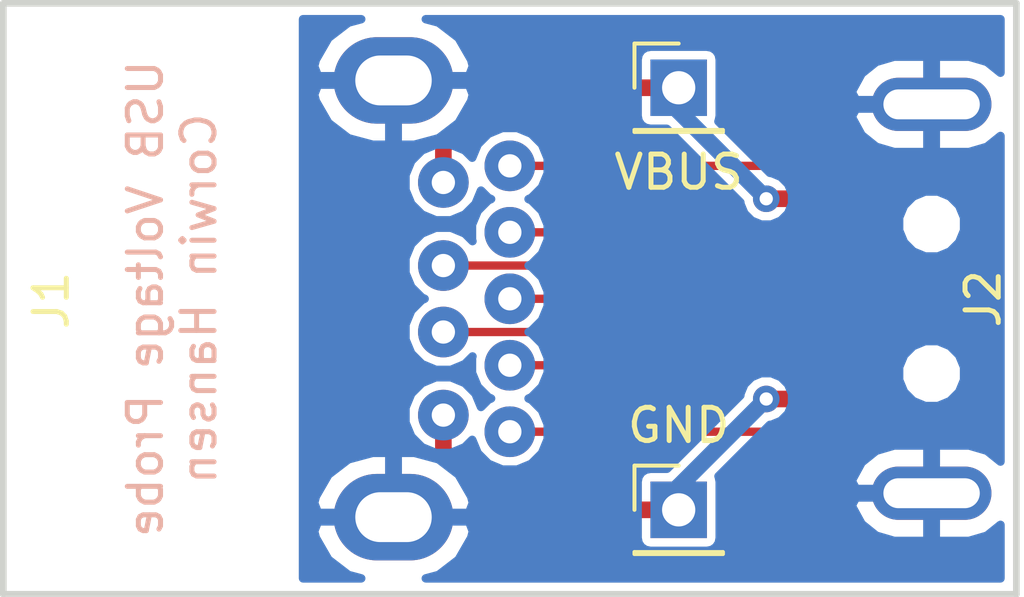
<source format=kicad_pcb>
(kicad_pcb (version 20171130) (host pcbnew "(5.0-dev-4115-gdd04bcb)")

  (general
    (thickness 1.6)
    (drawings 5)
    (tracks 24)
    (zones 0)
    (modules 4)
    (nets 11)
  )

  (page A4)
  (layers
    (0 F.Cu signal)
    (31 B.Cu signal)
    (32 B.Adhes user)
    (33 F.Adhes user)
    (34 B.Paste user)
    (35 F.Paste user)
    (36 B.SilkS user)
    (37 F.SilkS user)
    (38 B.Mask user)
    (39 F.Mask user)
    (40 Dwgs.User user)
    (41 Cmts.User user)
    (42 Eco1.User user)
    (43 Eco2.User user)
    (44 Edge.Cuts user)
    (45 Margin user)
    (46 B.CrtYd user)
    (47 F.CrtYd user)
    (48 B.Fab user)
    (49 F.Fab user)
  )

  (setup
    (last_trace_width 0.25)
    (trace_clearance 0.1)
    (zone_clearance 0.25)
    (zone_45_only no)
    (trace_min 0.2)
    (segment_width 0.2)
    (edge_width 0.15)
    (via_size 0.8)
    (via_drill 0.4)
    (via_min_size 0.4)
    (via_min_drill 0.3)
    (uvia_size 0.3)
    (uvia_drill 0.1)
    (uvias_allowed no)
    (uvia_min_size 0.2)
    (uvia_min_drill 0.1)
    (pcb_text_width 0.3)
    (pcb_text_size 1.5 1.5)
    (mod_edge_width 0.15)
    (mod_text_size 1 1)
    (mod_text_width 0.15)
    (pad_size 1.524 1.524)
    (pad_drill 0.762)
    (pad_to_mask_clearance 0.1)
    (aux_axis_origin 0 0)
    (visible_elements FFFFFF7F)
    (pcbplotparams
      (layerselection 0x010fc_ffffffff)
      (usegerberextensions false)
      (usegerberattributes false)
      (usegerberadvancedattributes false)
      (creategerberjobfile false)
      (excludeedgelayer true)
      (linewidth 0.100000)
      (plotframeref false)
      (viasonmask false)
      (mode 1)
      (useauxorigin false)
      (hpglpennumber 1)
      (hpglpenspeed 20)
      (hpglpendiameter 15)
      (psnegative false)
      (psa4output false)
      (plotreference true)
      (plotvalue true)
      (plotinvisibletext false)
      (padsonsilk false)
      (subtractmaskfromsilk false)
      (outputformat 1)
      (mirror false)
      (drillshape 0)
      (scaleselection 1)
      (outputdirectory Gerber/))
  )

  (net 0 "")
  (net 1 "Net-(J1-Pad7)")
  (net 2 "Net-(J1-Pad8)")
  (net 3 "Net-(J1-Pad9)")
  (net 4 "Net-(J1-Pad6)")
  (net 5 "Net-(J1-Pad5)")
  (net 6 "Net-(J1-Pad1)")
  (net 7 "Net-(J1-Pad2)")
  (net 8 "Net-(J1-Pad3)")
  (net 9 "Net-(J1-Pad4)")
  (net 10 "Net-(J1-Pad10)")

  (net_class Default "This is the default net class."
    (clearance 0.1)
    (trace_width 0.25)
    (via_dia 0.8)
    (via_drill 0.4)
    (uvia_dia 0.3)
    (uvia_drill 0.1)
    (add_net "Net-(J1-Pad10)")
    (add_net "Net-(J1-Pad2)")
    (add_net "Net-(J1-Pad3)")
    (add_net "Net-(J1-Pad5)")
    (add_net "Net-(J1-Pad6)")
    (add_net "Net-(J1-Pad7)")
    (add_net "Net-(J1-Pad8)")
    (add_net "Net-(J1-Pad9)")
  )

  (net_class Power ""
    (clearance 0.1)
    (trace_width 0.5)
    (via_dia 0.8)
    (via_drill 0.4)
    (uvia_dia 0.3)
    (uvia_drill 0.1)
    (add_net "Net-(J1-Pad1)")
    (add_net "Net-(J1-Pad4)")
  )

  (module USB3_A_Connector:USB_3_A_Recepticle_Amphenol_10117835-002LF (layer F.Cu) (tedit 5B1E1A06) (tstamp 5B1E2568)
    (at 143.01 54.61 270)
    (path /5B1E0CAE)
    (fp_text reference J1 (at 0.05 6.95 270) (layer F.SilkS)
      (effects (font (size 1 1) (thickness 0.15)))
    )
    (fp_text value USB3_A (at 0 -0.5 270) (layer F.Fab)
      (effects (font (size 1 1) (thickness 0.15)))
    )
    (fp_line (start 7.95 -8.35) (end -7.95 -8.35) (layer F.CrtYd) (width 0.05))
    (fp_line (start 7.95 8.35) (end 7.95 -8.35) (layer F.CrtYd) (width 0.05))
    (fp_line (start -7.95 8.35) (end 7.95 8.35) (layer F.CrtYd) (width 0.05))
    (fp_line (start -7.95 8.35) (end -7.95 -8.35) (layer F.CrtYd) (width 0.05))
    (pad 7 thru_hole circle (at 0 -6.85 270) (size 1.524 1.524) (drill 0.7) (layers *.Cu *.Mask)
      (net 1 "Net-(J1-Pad7)"))
    (pad 8 thru_hole circle (at -2 -6.85 270) (size 1.524 1.524) (drill 0.7) (layers *.Cu *.Mask)
      (net 2 "Net-(J1-Pad8)"))
    (pad 9 thru_hole circle (at -4 -6.85 270) (size 1.524 1.524) (drill 0.7) (layers *.Cu *.Mask)
      (net 3 "Net-(J1-Pad9)"))
    (pad 6 thru_hole circle (at 2 -6.85 270) (size 1.524 1.524) (drill 0.7) (layers *.Cu *.Mask)
      (net 4 "Net-(J1-Pad6)"))
    (pad 5 thru_hole circle (at 4 -6.85 270) (size 1.524 1.524) (drill 0.7) (layers *.Cu *.Mask)
      (net 5 "Net-(J1-Pad5)"))
    (pad 1 thru_hole circle (at -3.5 -4.85 270) (size 1.524 1.524) (drill 0.7) (layers *.Cu *.Mask)
      (net 6 "Net-(J1-Pad1)"))
    (pad 2 thru_hole circle (at -1 -4.85 270) (size 1.524 1.524) (drill 0.7) (layers *.Cu *.Mask)
      (net 7 "Net-(J1-Pad2)"))
    (pad 3 thru_hole circle (at 1 -4.85 270) (size 1.524 1.524) (drill 0.7) (layers *.Cu *.Mask)
      (net 8 "Net-(J1-Pad3)"))
    (pad 4 thru_hole circle (at 3.5 -4.85 270) (size 1.524 1.524) (drill 0.7) (layers *.Cu *.Mask)
      (net 9 "Net-(J1-Pad4)"))
    (pad 10 thru_hole oval (at 6.57 -3.35 270) (size 2.6 3.6) (drill oval 1.5 2.3) (layers *.Cu *.Mask)
      (net 10 "Net-(J1-Pad10)"))
    (pad 10 thru_hole oval (at -6.57 -3.35 270) (size 2.6 3.6) (drill oval 1.5 2.3) (layers *.Cu *.Mask)
      (net 10 "Net-(J1-Pad10)"))
  )

  (module Pin_Headers:Pin_Header_Straight_1x01_Pitch2.54mm (layer F.Cu) (tedit 5B1E24D2) (tstamp 5B4CA57C)
    (at 154.94 60.96)
    (descr "Through hole straight pin header, 1x01, 2.54mm pitch, single row")
    (tags "Through hole pin header THT 1x01 2.54mm single row")
    (path /5B1E1155)
    (fp_text reference J3 (at 0 -2.33) (layer F.SilkS) hide
      (effects (font (size 1 1) (thickness 0.15)))
    )
    (fp_text value GND (at 0 -2.54) (layer F.SilkS)
      (effects (font (size 1 1) (thickness 0.15)))
    )
    (fp_text user %R (at 0 0 90) (layer F.Fab)
      (effects (font (size 1 1) (thickness 0.15)))
    )
    (fp_line (start 1.8 -1.8) (end -1.8 -1.8) (layer F.CrtYd) (width 0.05))
    (fp_line (start 1.8 1.8) (end 1.8 -1.8) (layer F.CrtYd) (width 0.05))
    (fp_line (start -1.8 1.8) (end 1.8 1.8) (layer F.CrtYd) (width 0.05))
    (fp_line (start -1.8 -1.8) (end -1.8 1.8) (layer F.CrtYd) (width 0.05))
    (fp_line (start -1.33 -1.33) (end 0 -1.33) (layer F.SilkS) (width 0.12))
    (fp_line (start -1.33 0) (end -1.33 -1.33) (layer F.SilkS) (width 0.12))
    (fp_line (start -1.33 1.27) (end 1.33 1.27) (layer F.SilkS) (width 0.12))
    (fp_line (start 1.33 1.27) (end 1.33 1.33) (layer F.SilkS) (width 0.12))
    (fp_line (start -1.33 1.27) (end -1.33 1.33) (layer F.SilkS) (width 0.12))
    (fp_line (start -1.33 1.33) (end 1.33 1.33) (layer F.SilkS) (width 0.12))
    (fp_line (start -1.27 -0.635) (end -0.635 -1.27) (layer F.Fab) (width 0.1))
    (fp_line (start -1.27 1.27) (end -1.27 -0.635) (layer F.Fab) (width 0.1))
    (fp_line (start 1.27 1.27) (end -1.27 1.27) (layer F.Fab) (width 0.1))
    (fp_line (start 1.27 -1.27) (end 1.27 1.27) (layer F.Fab) (width 0.1))
    (fp_line (start -0.635 -1.27) (end 1.27 -1.27) (layer F.Fab) (width 0.1))
    (pad 1 thru_hole rect (at 0 0) (size 1.7 1.7) (drill 1) (layers *.Cu *.Mask)
      (net 9 "Net-(J1-Pad4)"))
    (model ${KISYS3DMOD}/Pin_Headers.3dshapes/Pin_Header_Straight_1x01_Pitch2.54mm.wrl
      (at (xyz 0 0 0))
      (scale (xyz 1 1 1))
      (rotate (xyz 0 0 0))
    )
  )

  (module Pin_Headers:Pin_Header_Straight_1x01_Pitch2.54mm (layer F.Cu) (tedit 5B1E24CA) (tstamp 5B4CA591)
    (at 154.94 48.26)
    (descr "Through hole straight pin header, 1x01, 2.54mm pitch, single row")
    (tags "Through hole pin header THT 1x01 2.54mm single row")
    (path /5B1E1404)
    (fp_text reference J4 (at 0 2.54) (layer F.SilkS) hide
      (effects (font (size 1 1) (thickness 0.15)))
    )
    (fp_text value VBUS (at 0 2.54) (layer F.SilkS)
      (effects (font (size 1 1) (thickness 0.15)))
    )
    (fp_line (start -0.635 -1.27) (end 1.27 -1.27) (layer F.Fab) (width 0.1))
    (fp_line (start 1.27 -1.27) (end 1.27 1.27) (layer F.Fab) (width 0.1))
    (fp_line (start 1.27 1.27) (end -1.27 1.27) (layer F.Fab) (width 0.1))
    (fp_line (start -1.27 1.27) (end -1.27 -0.635) (layer F.Fab) (width 0.1))
    (fp_line (start -1.27 -0.635) (end -0.635 -1.27) (layer F.Fab) (width 0.1))
    (fp_line (start -1.33 1.33) (end 1.33 1.33) (layer F.SilkS) (width 0.12))
    (fp_line (start -1.33 1.27) (end -1.33 1.33) (layer F.SilkS) (width 0.12))
    (fp_line (start 1.33 1.27) (end 1.33 1.33) (layer F.SilkS) (width 0.12))
    (fp_line (start -1.33 1.27) (end 1.33 1.27) (layer F.SilkS) (width 0.12))
    (fp_line (start -1.33 0) (end -1.33 -1.33) (layer F.SilkS) (width 0.12))
    (fp_line (start -1.33 -1.33) (end 0 -1.33) (layer F.SilkS) (width 0.12))
    (fp_line (start -1.8 -1.8) (end -1.8 1.8) (layer F.CrtYd) (width 0.05))
    (fp_line (start -1.8 1.8) (end 1.8 1.8) (layer F.CrtYd) (width 0.05))
    (fp_line (start 1.8 1.8) (end 1.8 -1.8) (layer F.CrtYd) (width 0.05))
    (fp_line (start 1.8 -1.8) (end -1.8 -1.8) (layer F.CrtYd) (width 0.05))
    (fp_text user %R (at 0 0 90) (layer F.Fab)
      (effects (font (size 1 1) (thickness 0.15)))
    )
    (pad 1 thru_hole rect (at 0 0) (size 1.7 1.7) (drill 1) (layers *.Cu *.Mask)
      (net 6 "Net-(J1-Pad1)"))
    (model ${KISYS3DMOD}/Pin_Headers.3dshapes/Pin_Header_Straight_1x01_Pitch2.54mm.wrl
      (at (xyz 0 0 0))
      (scale (xyz 1 1 1))
      (rotate (xyz 0 0 0))
    )
  )

  (module USB3_A_Connector:USB_3_A_Plug_Amphenol_GSB316441CEU (layer F.Cu) (tedit 5B1E1D9B) (tstamp 5B55E091)
    (at 165.1 54.61 90)
    (path /5B1E0DCF)
    (fp_text reference J2 (at 0 -1 90) (layer F.SilkS)
      (effects (font (size 1 1) (thickness 0.15)))
    )
    (fp_text value USB3_A (at 0 -8.89 90) (layer F.Fab)
      (effects (font (size 1 1) (thickness 0.15)))
    )
    (fp_line (start -7 0) (end 7 0) (layer F.CrtYd) (width 0.05))
    (pad 7 smd rect (at 0 -5.39 90) (size 0.8 2.78) (layers F.Cu F.Paste F.Mask)
      (net 1 "Net-(J1-Pad7)"))
    (pad 2 smd rect (at 1 -5.39 90) (size 0.8 2.78) (layers F.Cu F.Paste F.Mask)
      (net 7 "Net-(J1-Pad2)"))
    (pad 8 smd rect (at 2 -5.39 90) (size 0.8 2.78) (layers F.Cu F.Paste F.Mask)
      (net 2 "Net-(J1-Pad8)"))
    (pad 1 smd rect (at 3 -5.39 90) (size 0.8 2.78) (layers F.Cu F.Paste F.Mask)
      (net 6 "Net-(J1-Pad1)"))
    (pad 3 smd rect (at -1 -5.39 90) (size 0.8 2.78) (layers F.Cu F.Paste F.Mask)
      (net 8 "Net-(J1-Pad3)"))
    (pad 6 smd rect (at -2 -5.39 90) (size 0.8 2.78) (layers F.Cu F.Paste F.Mask)
      (net 4 "Net-(J1-Pad6)"))
    (pad 4 smd rect (at -3 -5.39 90) (size 0.8 2.78) (layers F.Cu F.Paste F.Mask)
      (net 9 "Net-(J1-Pad4)"))
    (pad 9 smd rect (at 4 -5.39 90) (size 0.8 2.78) (layers F.Cu F.Paste F.Mask)
      (net 3 "Net-(J1-Pad9)"))
    (pad 5 smd rect (at -4 -5.39 90) (size 0.8 2.78) (layers F.Cu F.Paste F.Mask)
      (net 5 "Net-(J1-Pad5)"))
    (pad 10 thru_hole oval (at 5.85 -2.55 90) (size 1.6 3.6) (drill oval 0.9 2.9) (layers *.Cu *.Mask)
      (net 10 "Net-(J1-Pad10)"))
    (pad 10 thru_hole oval (at -5.85 -2.55 90) (size 1.6 3.6) (drill oval 0.9 2.9) (layers *.Cu *.Mask)
      (net 10 "Net-(J1-Pad10)"))
    (pad "" np_thru_hole circle (at 2.25 -2.55 90) (size 1.2 1.2) (drill 1.2) (layers *.Cu *.Mask))
    (pad "" np_thru_hole circle (at -2.25 -2.55 90) (size 1.2 1.2) (drill 1.2) (layers *.Cu *.Mask))
  )

  (gr_text "USB Voltage Probe\nCorwin Hansen" (at 139.7 54.61 90) (layer B.SilkS)
    (effects (font (size 1 1) (thickness 0.15)) (justify mirror))
  )
  (gr_line (start 165.1 45.72) (end 134.62 45.72) (layer Edge.Cuts) (width 0.2))
  (gr_line (start 165.1 63.5) (end 165.1 45.72) (layer Edge.Cuts) (width 0.2))
  (gr_line (start 134.62 63.5) (end 165.1 63.5) (layer Edge.Cuts) (width 0.2))
  (gr_line (start 134.62 45.72) (end 134.62 63.5) (layer Edge.Cuts) (width 0.2))

  (segment (start 149.86 54.61) (end 159.71 54.61) (width 0.25) (layer F.Cu) (net 1))
  (segment (start 149.86 52.61) (end 159.71 52.61) (width 0.25) (layer F.Cu) (net 2))
  (segment (start 149.86 50.61) (end 159.71 50.61) (width 0.25) (layer F.Cu) (net 3))
  (segment (start 149.86 56.61) (end 159.71 56.61) (width 0.25) (layer F.Cu) (net 4))
  (segment (start 149.86 58.61) (end 159.71 58.61) (width 0.25) (layer F.Cu) (net 5))
  (segment (start 157.575 51.6) (end 159.7 51.6) (width 0.5) (layer F.Cu) (net 6))
  (segment (start 159.7 51.6) (end 159.71 51.61) (width 0.5) (layer F.Cu) (net 6))
  (segment (start 154.94 48.26) (end 154.94 48.965) (width 0.5) (layer B.Cu) (net 6))
  (segment (start 154.94 48.965) (end 157.575 51.6) (width 0.5) (layer B.Cu) (net 6))
  (via (at 157.575 51.6) (size 0.8) (drill 0.4) (layers F.Cu B.Cu) (net 6))
  (segment (start 147.86 51.11) (end 147.86 50.03237) (width 0.5) (layer F.Cu) (net 6))
  (segment (start 147.86 50.03237) (end 149.63237 48.26) (width 0.5) (layer F.Cu) (net 6))
  (segment (start 149.63237 48.26) (end 154.94 48.26) (width 0.5) (layer F.Cu) (net 6))
  (segment (start 147.86 53.61) (end 159.71 53.61) (width 0.25) (layer F.Cu) (net 7))
  (segment (start 147.86 55.61) (end 159.71 55.61) (width 0.25) (layer F.Cu) (net 8))
  (segment (start 157.575 57.625) (end 159.695 57.625) (width 0.5) (layer F.Cu) (net 9))
  (segment (start 159.695 57.625) (end 159.71 57.61) (width 0.5) (layer F.Cu) (net 9))
  (segment (start 154.94 60.96) (end 154.94 60.26) (width 0.5) (layer B.Cu) (net 9))
  (segment (start 154.94 60.26) (end 157.575 57.625) (width 0.5) (layer B.Cu) (net 9))
  (via (at 157.575 57.625) (size 0.8) (drill 0.4) (layers F.Cu B.Cu) (net 9))
  (segment (start 147.86 58.11) (end 147.86 59.18763) (width 0.5) (layer F.Cu) (net 9))
  (segment (start 147.86 59.18763) (end 149.63237 60.96) (width 0.5) (layer F.Cu) (net 9))
  (segment (start 149.63237 60.96) (end 153.59 60.96) (width 0.5) (layer F.Cu) (net 9))
  (segment (start 153.59 60.96) (end 154.94 60.96) (width 0.5) (layer F.Cu) (net 9))

  (zone (net 10) (net_name "Net-(J1-Pad10)") (layer B.Cu) (tstamp 0) (hatch edge 0.508)
    (connect_pads (clearance 0.25))
    (min_thickness 0.254)
    (fill yes (arc_segments 16) (thermal_gap 0.508) (thermal_bridge_width 0.508))
    (polygon
      (pts
        (xy 143.51 45.72) (xy 143.51 63.5) (xy 165.1 63.5) (xy 165.1 45.72)
      )
    )
    (filled_polygon
      (pts
        (xy 145.002175 46.300894) (xy 144.401946 46.761551) (xy 144.023693 47.41684) (xy 143.972811 47.612516) (xy 144.088296 47.913)
        (xy 146.233 47.913) (xy 146.233 47.893) (xy 146.487 47.893) (xy 146.487 47.913) (xy 148.631704 47.913)
        (xy 148.747189 47.612516) (xy 148.696307 47.41684) (xy 148.692359 47.41) (xy 153.705615 47.41) (xy 153.705615 49.11)
        (xy 153.734875 49.257098) (xy 153.818199 49.381801) (xy 153.942902 49.465125) (xy 154.09 49.494385) (xy 154.582674 49.494385)
        (xy 156.798 51.709711) (xy 156.798 51.754555) (xy 156.916291 52.040135) (xy 157.134865 52.258709) (xy 157.420445 52.377)
        (xy 157.729555 52.377) (xy 158.015135 52.258709) (xy 158.108181 52.165663) (xy 161.573 52.165663) (xy 161.573 52.554337)
        (xy 161.721739 52.913426) (xy 161.996574 53.188261) (xy 162.355663 53.337) (xy 162.744337 53.337) (xy 163.103426 53.188261)
        (xy 163.378261 52.913426) (xy 163.527 52.554337) (xy 163.527 52.165663) (xy 163.378261 51.806574) (xy 163.103426 51.531739)
        (xy 162.744337 51.383) (xy 162.355663 51.383) (xy 161.996574 51.531739) (xy 161.721739 51.806574) (xy 161.573 52.165663)
        (xy 158.108181 52.165663) (xy 158.233709 52.040135) (xy 158.352 51.754555) (xy 158.352 51.445445) (xy 158.233709 51.159865)
        (xy 158.015135 50.941291) (xy 157.729555 50.823) (xy 157.684711 50.823) (xy 156.134584 49.272873) (xy 156.145125 49.257098)
        (xy 156.174385 49.11) (xy 156.174385 49.109039) (xy 160.158096 49.109039) (xy 160.175633 49.191819) (xy 160.4455 49.684896)
        (xy 160.883517 50.037166) (xy 161.423 50.195) (xy 162.423 50.195) (xy 162.423 48.887) (xy 160.280085 48.887)
        (xy 160.158096 49.109039) (xy 156.174385 49.109039) (xy 156.174385 48.410961) (xy 160.158096 48.410961) (xy 160.280085 48.633)
        (xy 162.423 48.633) (xy 162.423 47.325) (xy 161.423 47.325) (xy 160.883517 47.482834) (xy 160.4455 47.835104)
        (xy 160.175633 48.328181) (xy 160.158096 48.410961) (xy 156.174385 48.410961) (xy 156.174385 47.41) (xy 156.145125 47.262902)
        (xy 156.061801 47.138199) (xy 155.937098 47.054875) (xy 155.79 47.025615) (xy 154.09 47.025615) (xy 153.942902 47.054875)
        (xy 153.818199 47.138199) (xy 153.734875 47.262902) (xy 153.705615 47.41) (xy 148.692359 47.41) (xy 148.318054 46.761551)
        (xy 147.717825 46.300894) (xy 147.330226 46.197) (xy 164.623001 46.197) (xy 164.623001 47.809771) (xy 164.216483 47.482834)
        (xy 163.677 47.325) (xy 162.677 47.325) (xy 162.677 48.633) (xy 162.697 48.633) (xy 162.697 48.887)
        (xy 162.677 48.887) (xy 162.677 50.195) (xy 163.677 50.195) (xy 164.216483 50.037166) (xy 164.623001 49.710229)
        (xy 164.623 59.509771) (xy 164.216483 59.182834) (xy 163.677 59.025) (xy 162.677 59.025) (xy 162.677 60.333)
        (xy 162.697 60.333) (xy 162.697 60.587) (xy 162.677 60.587) (xy 162.677 61.895) (xy 163.677 61.895)
        (xy 164.216483 61.737166) (xy 164.623 61.410229) (xy 164.623 63.023) (xy 147.330226 63.023) (xy 147.717825 62.919106)
        (xy 148.318054 62.458449) (xy 148.696307 61.80316) (xy 148.747189 61.607484) (xy 148.631704 61.307) (xy 146.487 61.307)
        (xy 146.487 61.327) (xy 146.233 61.327) (xy 146.233 61.307) (xy 144.088296 61.307) (xy 143.972811 61.607484)
        (xy 144.023693 61.80316) (xy 144.401946 62.458449) (xy 145.002175 62.919106) (xy 145.389774 63.023) (xy 143.637 63.023)
        (xy 143.637 60.752516) (xy 143.972811 60.752516) (xy 144.088296 61.053) (xy 146.233 61.053) (xy 146.233 59.245)
        (xy 146.487 59.245) (xy 146.487 61.053) (xy 148.631704 61.053) (xy 148.747189 60.752516) (xy 148.696307 60.55684)
        (xy 148.438378 60.11) (xy 153.705615 60.11) (xy 153.705615 61.81) (xy 153.734875 61.957098) (xy 153.818199 62.081801)
        (xy 153.942902 62.165125) (xy 154.09 62.194385) (xy 155.79 62.194385) (xy 155.937098 62.165125) (xy 156.061801 62.081801)
        (xy 156.145125 61.957098) (xy 156.174385 61.81) (xy 156.174385 60.809039) (xy 160.158096 60.809039) (xy 160.175633 60.891819)
        (xy 160.4455 61.384896) (xy 160.883517 61.737166) (xy 161.423 61.895) (xy 162.423 61.895) (xy 162.423 60.587)
        (xy 160.280085 60.587) (xy 160.158096 60.809039) (xy 156.174385 60.809039) (xy 156.174385 60.110961) (xy 160.158096 60.110961)
        (xy 160.280085 60.333) (xy 162.423 60.333) (xy 162.423 59.025) (xy 161.423 59.025) (xy 160.883517 59.182834)
        (xy 160.4455 59.535104) (xy 160.175633 60.028181) (xy 160.158096 60.110961) (xy 156.174385 60.110961) (xy 156.174385 60.11)
        (xy 156.145125 59.962902) (xy 156.136587 59.950124) (xy 157.684711 58.402) (xy 157.729555 58.402) (xy 158.015135 58.283709)
        (xy 158.233709 58.065135) (xy 158.352 57.779555) (xy 158.352 57.470445) (xy 158.233709 57.184865) (xy 158.015135 56.966291)
        (xy 157.729555 56.848) (xy 157.420445 56.848) (xy 157.134865 56.966291) (xy 156.916291 57.184865) (xy 156.798 57.470445)
        (xy 156.798 57.515289) (xy 154.587674 59.725615) (xy 154.09 59.725615) (xy 153.942902 59.754875) (xy 153.818199 59.838199)
        (xy 153.734875 59.962902) (xy 153.705615 60.11) (xy 148.438378 60.11) (xy 148.318054 59.901551) (xy 147.717825 59.440894)
        (xy 146.987 59.245) (xy 146.487 59.245) (xy 146.233 59.245) (xy 145.733 59.245) (xy 145.002175 59.440894)
        (xy 144.401946 59.901551) (xy 144.023693 60.55684) (xy 143.972811 60.752516) (xy 143.637 60.752516) (xy 143.637 50.883439)
        (xy 146.721 50.883439) (xy 146.721 51.336561) (xy 146.894403 51.755191) (xy 147.214809 52.075597) (xy 147.633439 52.249)
        (xy 148.086561 52.249) (xy 148.505191 52.075597) (xy 148.825597 51.755191) (xy 148.992197 51.352985) (xy 149.214809 51.575597)
        (xy 149.297865 51.61) (xy 149.214809 51.644403) (xy 148.894403 51.964809) (xy 148.721 52.383439) (xy 148.721 52.836561)
        (xy 148.737724 52.876936) (xy 148.505191 52.644403) (xy 148.086561 52.471) (xy 147.633439 52.471) (xy 147.214809 52.644403)
        (xy 146.894403 52.964809) (xy 146.721 53.383439) (xy 146.721 53.836561) (xy 146.894403 54.255191) (xy 147.214809 54.575597)
        (xy 147.297865 54.61) (xy 147.214809 54.644403) (xy 146.894403 54.964809) (xy 146.721 55.383439) (xy 146.721 55.836561)
        (xy 146.894403 56.255191) (xy 147.214809 56.575597) (xy 147.633439 56.749) (xy 148.086561 56.749) (xy 148.505191 56.575597)
        (xy 148.737724 56.343064) (xy 148.721 56.383439) (xy 148.721 56.836561) (xy 148.894403 57.255191) (xy 149.214809 57.575597)
        (xy 149.297865 57.61) (xy 149.214809 57.644403) (xy 148.992197 57.867015) (xy 148.825597 57.464809) (xy 148.505191 57.144403)
        (xy 148.086561 56.971) (xy 147.633439 56.971) (xy 147.214809 57.144403) (xy 146.894403 57.464809) (xy 146.721 57.883439)
        (xy 146.721 58.336561) (xy 146.894403 58.755191) (xy 147.214809 59.075597) (xy 147.633439 59.249) (xy 148.086561 59.249)
        (xy 148.505191 59.075597) (xy 148.727803 58.852985) (xy 148.894403 59.255191) (xy 149.214809 59.575597) (xy 149.633439 59.749)
        (xy 150.086561 59.749) (xy 150.505191 59.575597) (xy 150.825597 59.255191) (xy 150.999 58.836561) (xy 150.999 58.383439)
        (xy 150.825597 57.964809) (xy 150.505191 57.644403) (xy 150.422135 57.61) (xy 150.505191 57.575597) (xy 150.825597 57.255191)
        (xy 150.999 56.836561) (xy 150.999 56.665663) (xy 161.573 56.665663) (xy 161.573 57.054337) (xy 161.721739 57.413426)
        (xy 161.996574 57.688261) (xy 162.355663 57.837) (xy 162.744337 57.837) (xy 163.103426 57.688261) (xy 163.378261 57.413426)
        (xy 163.527 57.054337) (xy 163.527 56.665663) (xy 163.378261 56.306574) (xy 163.103426 56.031739) (xy 162.744337 55.883)
        (xy 162.355663 55.883) (xy 161.996574 56.031739) (xy 161.721739 56.306574) (xy 161.573 56.665663) (xy 150.999 56.665663)
        (xy 150.999 56.383439) (xy 150.825597 55.964809) (xy 150.505191 55.644403) (xy 150.422135 55.61) (xy 150.505191 55.575597)
        (xy 150.825597 55.255191) (xy 150.999 54.836561) (xy 150.999 54.383439) (xy 150.825597 53.964809) (xy 150.505191 53.644403)
        (xy 150.422135 53.61) (xy 150.505191 53.575597) (xy 150.825597 53.255191) (xy 150.999 52.836561) (xy 150.999 52.383439)
        (xy 150.825597 51.964809) (xy 150.505191 51.644403) (xy 150.422135 51.61) (xy 150.505191 51.575597) (xy 150.825597 51.255191)
        (xy 150.999 50.836561) (xy 150.999 50.383439) (xy 150.825597 49.964809) (xy 150.505191 49.644403) (xy 150.086561 49.471)
        (xy 149.633439 49.471) (xy 149.214809 49.644403) (xy 148.894403 49.964809) (xy 148.727803 50.367015) (xy 148.505191 50.144403)
        (xy 148.086561 49.971) (xy 147.633439 49.971) (xy 147.214809 50.144403) (xy 146.894403 50.464809) (xy 146.721 50.883439)
        (xy 143.637 50.883439) (xy 143.637 48.467484) (xy 143.972811 48.467484) (xy 144.023693 48.66316) (xy 144.401946 49.318449)
        (xy 145.002175 49.779106) (xy 145.733 49.975) (xy 146.233 49.975) (xy 146.233 48.167) (xy 146.487 48.167)
        (xy 146.487 49.975) (xy 146.987 49.975) (xy 147.717825 49.779106) (xy 148.318054 49.318449) (xy 148.696307 48.66316)
        (xy 148.747189 48.467484) (xy 148.631704 48.167) (xy 146.487 48.167) (xy 146.233 48.167) (xy 144.088296 48.167)
        (xy 143.972811 48.467484) (xy 143.637 48.467484) (xy 143.637 46.197) (xy 145.389774 46.197)
      )
    )
  )
)

</source>
